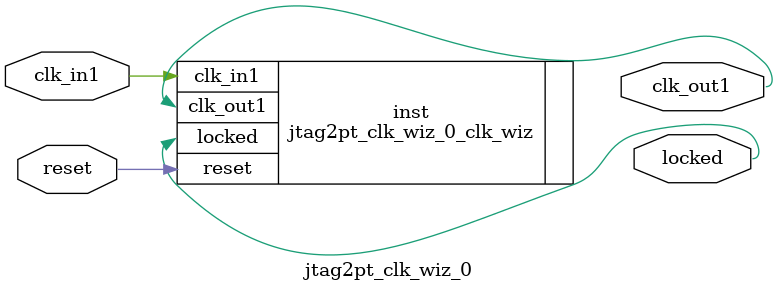
<source format=v>


`timescale 1ps/1ps

(* CORE_GENERATION_INFO = "jtag2pt_clk_wiz_0,clk_wiz_v6_0_13_0_0,{component_name=jtag2pt_clk_wiz_0,use_phase_alignment=true,use_min_o_jitter=false,use_max_i_jitter=false,use_dyn_phase_shift=false,use_inclk_switchover=false,use_dyn_reconfig=false,enable_axi=0,feedback_source=FDBK_AUTO,PRIMITIVE=MMCM,num_out_clk=1,clkin1_period=10.000,clkin2_period=10.000,use_power_down=false,use_reset=true,use_locked=true,use_inclk_stopped=false,feedback_type=SINGLE,CLOCK_MGR_TYPE=NA,manual_override=false}" *)

module jtag2pt_clk_wiz_0 
 (
  // Clock out ports
  output        clk_out1,
  // Status and control signals
  input         reset,
  output        locked,
 // Clock in ports
  input         clk_in1
 );

  jtag2pt_clk_wiz_0_clk_wiz inst
  (
  // Clock out ports  
  .clk_out1(clk_out1),
  // Status and control signals               
  .reset(reset), 
  .locked(locked),
 // Clock in ports
  .clk_in1(clk_in1)
  );

endmodule

</source>
